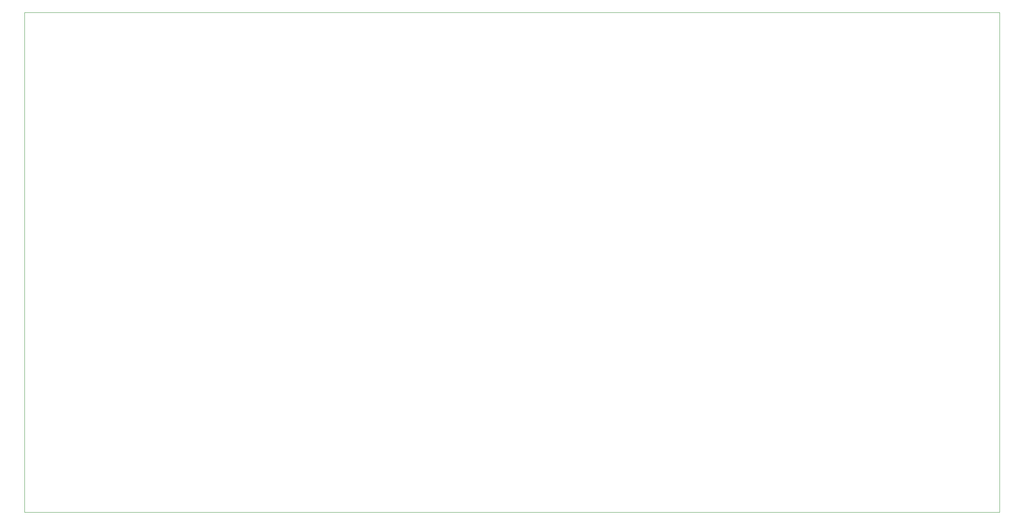
<source format=gbr>
%TF.GenerationSoftware,KiCad,Pcbnew,9.0.1*%
%TF.CreationDate,2025-04-09T09:38:03-07:00*%
%TF.ProjectId,DeskHub,4465736b-4875-4622-9e6b-696361645f70,rev?*%
%TF.SameCoordinates,Original*%
%TF.FileFunction,Profile,NP*%
%FSLAX46Y46*%
G04 Gerber Fmt 4.6, Leading zero omitted, Abs format (unit mm)*
G04 Created by KiCad (PCBNEW 9.0.1) date 2025-04-09 09:38:03*
%MOMM*%
%LPD*%
G01*
G04 APERTURE LIST*
%TA.AperFunction,Profile*%
%ADD10C,0.100000*%
%TD*%
G04 APERTURE END LIST*
D10*
X53515000Y-58930000D02*
X266065000Y-58930000D01*
X266065000Y-167880000D01*
X53515000Y-167880000D01*
X53515000Y-58930000D01*
M02*

</source>
